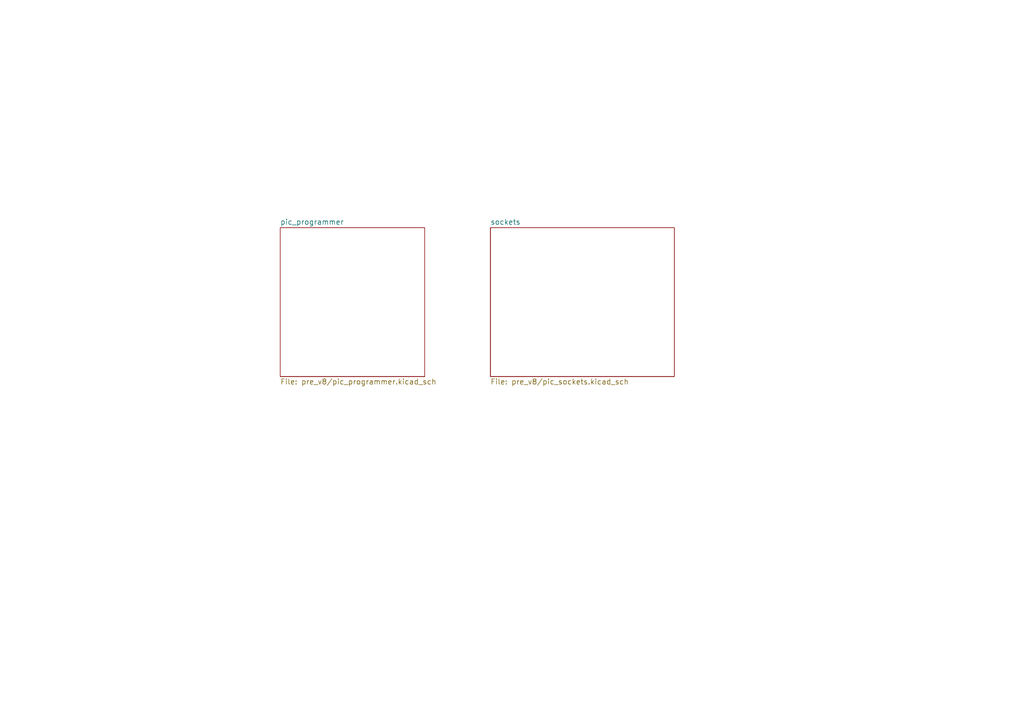
<source format=kicad_sch>
(kicad_sch
	(version 20250114)
	(generator "eeschema")
	(generator_version "9.0")
	(uuid "3bb135b1-15ed-43fe-a7bd-da79c3cfcb8b")
	(paper "A4")
	(title_block
		(date "Sun 22 Mar 2015")
		(rev "1")
	)
	(lib_symbols)
	(sheet
		(at 81.28 66.04)
		(size 41.91 43.18)
		(exclude_from_sim no)
		(in_bom yes)
		(on_board yes)
		(dnp no)
		(stroke
			(width 0)
			(type solid)
		)
		(fill
			(color 0 0 0 0.0000)
		)
		(uuid "00000000-0000-0000-0000-000048553e53")
		(property "Sheetname" "pic_programmer"
			(at 81.28 65.2775 0)
			(effects
				(font
					(size 1.524 1.524)
				)
				(justify left bottom)
			)
		)
		(property "Sheetfile" "pre_v8/pic_programmer.kicad_sch"
			(at 81.28 109.8301 0)
			(effects
				(font
					(size 1.524 1.524)
				)
				(justify left top)
			)
		)
		(instances
			(project "flat_hierarchy"
				(path "/3bb135b1-15ed-43fe-a7bd-da79c3cfcb8b"
					(page "2")
				)
			)
		)
	)
	(sheet
		(at 142.24 66.04)
		(size 53.34 43.18)
		(exclude_from_sim no)
		(in_bom yes)
		(on_board yes)
		(dnp no)
		(stroke
			(width 0)
			(type solid)
		)
		(fill
			(color 0 0 0 0.0000)
		)
		(uuid "00000000-0000-0000-0000-000048553e7c")
		(property "Sheetname" "sockets"
			(at 142.24 65.2775 0)
			(effects
				(font
					(size 1.524 1.524)
				)
				(justify left bottom)
			)
		)
		(property "Sheetfile" "pre_v8/pic_sockets.kicad_sch"
			(at 142.24 109.8301 0)
			(effects
				(font
					(size 1.524 1.524)
				)
				(justify left top)
			)
		)
		(instances
			(project "flat_hierarchy"
				(path "/3bb135b1-15ed-43fe-a7bd-da79c3cfcb8b"
					(page "3")
				)
			)
		)
	)
	(sheet_instances
		(path "/"
			(page "1")
		)
	)
	(embedded_fonts no)
)

</source>
